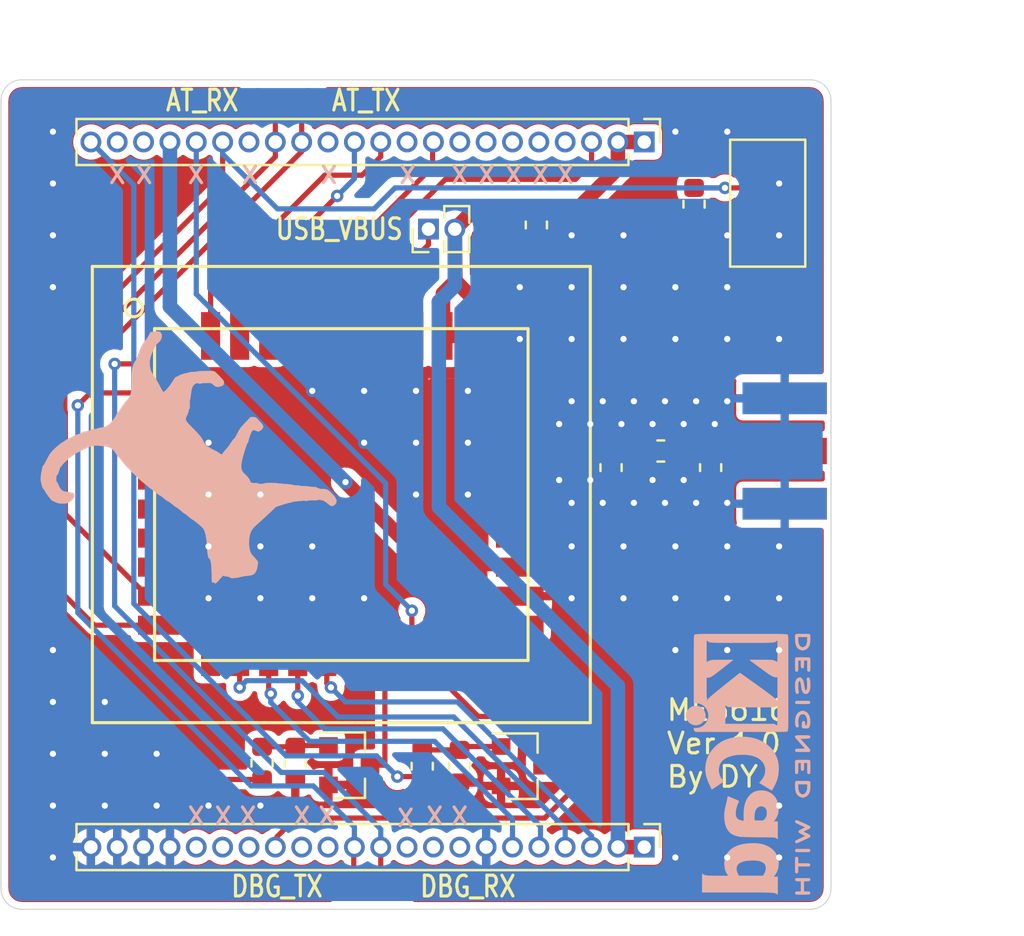
<source format=kicad_pcb>
(kicad_pcb (version 20191123) (host pcbnew "5.99.0-unknown-d20d310~86~ubuntu18.04.1")
  (layers (0 "F.Cu" signal) (31 "B.Cu" signal) (34 "B.Paste" user) (35 "F.Paste" user) (36 "B.SilkS" user) (37 "F.SilkS" user) (38 "B.Mask" user) (39 "F.Mask" user) (44 "Edge.Cuts" user))
  (net 0 "")
  (net 1 "GND")
  (net 2 "Net-(C2-Pad1)")
  (net 3 "Net-(C3-Pad1)")
  (net 4 "/M_RESET")
  (net 5 "+3V3")
  (net 6 "Net-(J2-Pad1)")
  (net 7 "/GPIO_L4")
  (net 8 "/GPIO_L3")
  (net 9 "/M_AP_READY")
  (net 10 "/M_VDD_OUT")
  (net 11 "/PSM_EINT")
  (net 12 "/M_PWRKEY")
  (net 13 "/M_MAIN_UART_RX")
  (net 14 "/M_MAIN_UART_TX")
  (net 15 "/M_ADC")
  (net 16 "/M_USB_DM")
  (net 17 "/M_USB_DP")
  (net 18 "/M_USB_VBUS")
  (net 19 "/GPIO_L2")
  (net 20 "/B_SPI_CS-I2S_CS")
  (net 21 "/B_SPI_CLK-I2S_CLK")
  (net 22 "/B_SPI_MOSI-I2S_WA")
  (net 23 "/B_SPI_MISO-I2S_RXD")
  (net 24 "/PSM_IND")
  (net 25 "/GPIO_L1")
  (net 26 "/GPIO_R3")
  (net 27 "/GPIO_R2")
  (net 28 "/M_RI")
  (net 29 "/M_NET_LED")
  (net 30 "/M_AUX_UART_RX")
  (net 31 "/M_AUX_UART_TX")
  (net 32 "/M_DBG_UART_RX")
  (net 33 "/M_DBG_UART_TX")
  (net 34 "/M_SCL")
  (net 35 "/M_SDA")
  (net 36 "/GPIO_R1")
  (net 37 "/SIM_CLK")
  (net 38 "/SIM_IO")
  (net 39 "/SIM_RST")
  (net 40 "/V_SIM")
  (net 41 "/ME3616_RESET")
  (net 42 "Net-(Q1-Pad1)")
  (net 43 "/ME3616_POWER_ON")
  (net 44 "Net-(Q2-Pad1)")
  (net 45 "Net-(U1-Pad38)")
  (net 46 "Net-(U1-Pad37)")
  (net 47 "Net-(U1-Pad36)")
  (net 48 "Net-(U1-Pad24)")
  (net 49 "Net-(U1-Pad16)")
  (net 50 "Net-(U1-Pad11)")
  (net 51 "Net-(U1-Pad8)")
  (net 52 "Net-(U1-Pad7)")
  (net 53 "Net-(U1-Pad6)")
  (net 54 "Net-(U1-Pad5)")
  (net 55 "Net-(U1-Pad4)")
  (net 56 "Net-(U1-Pad3)")
  (module "Symbol:KiCad-Logo2_5mm_SilkScreen" (layer "B.Cu") (at 156 113 -90)
    (fp_text reference "REF**" hide)
    (fp_text value "KiCad-Logo2_5mm_SilkScreen" hide)
  )
  (module "LTD_Customized:Cat-Logo" (layer "B.Cu") (at 128.6 99.4 -45)
    (fp_text reference "G***" hide)
    (fp_text value "LOGO" hide)
  )
  (module "Capacitor_SMD:C_0603_1608Metric" (layer "F.Cu") (at 145.8 87 -90)
    (fp_text reference "C1" hide)
    (fp_text value "100nF")
    (pad "2" smd roundrect (at 0.7875 0 270) (size 0.875 0.95) (layers "F.Cu" "F.Paste" "F.Mask") (net 1 "GND"))
    (pad "1" smd roundrect (at -0.7875 0 270) (size 0.875 0.95) (layers "F.Cu" "F.Paste" "F.Mask") (net 5 "+3V3"))
  )
  (module "LTD_Customized:SMD_Switch" (layer "F.Cu") (at 157 86 90)
    (fp_text reference "SW2" hide)
    (fp_text value "SW_Push" hide)
    (pad "2" smd rect (at 4.14 -0.05 90) (size 1.2 1) (layers "F.Cu" "F.Paste" "F.Mask") (net 4 "/M_RESET"))
    (pad "1" smd rect (at -4.04 -0.05 90) (size 1.2 1) (layers "F.Cu" "F.Paste" "F.Mask") (net 1 "GND"))
  )
  (module "LTD_Customized:ZTE_ME3616" (layer "F.Cu") (at 127.4 92)
    (fp_text reference "U1" hide)
    (fp_text value "ME3616")
    (pad "40" smd rect (at 2.7 0.35 90) (size 2.3 0.92) (layers "F.Cu" "F.Paste" "F.Mask") (net 17 "/M_USB_DP"))
    (pad "39" smd rect (at 4.1 0.35 90) (size 2.3 0.92) (layers "F.Cu" "F.Paste" "F.Mask") (net 16 "/M_USB_DM"))
    (pad "38" smd rect (at 5.5 0.35 90) (size 2.3 0.92) (layers "F.Cu" "F.Paste" "F.Mask") (net 45 "Net-(U1-Pad38)"))
    (pad "37" smd rect (at 6.9 0.35 90) (size 2.3 0.92) (layers "F.Cu" "F.Paste" "F.Mask") (net 46 "Net-(U1-Pad37)"))
    (pad "36" smd rect (at 8.3 0.35 90) (size 2.3 0.92) (layers "F.Cu" "F.Paste" "F.Mask") (net 47 "Net-(U1-Pad36)"))
    (pad "35" smd rect (at 9.7 0.35 90) (size 2.3 0.92) (layers "F.Cu" "F.Paste" "F.Mask") (net 19 "/GPIO_L2"))
    (pad "34" smd rect (at 11.1 0.35 90) (size 2.3 0.92) (layers "F.Cu" "F.Paste" "F.Mask") (net 25 "/GPIO_L1"))
    (pad "33" smd rect (at 12.5 0.35 90) (size 2.3 0.92) (layers "F.Cu" "F.Paste" "F.Mask") (net 6 "Net-(J2-Pad1)"))
    (pad "32" smd rect (at 13.9 0.35 90) (size 2.3 0.92) (layers "F.Cu" "F.Paste" "F.Mask") (net 5 "+3V3"))
    (pad "30" smd rect (at 17.6 1.7) (size 2.3 0.92) (layers "F.Cu" "F.Paste" "F.Mask") (net 1 "GND"))
    (pad "29" smd rect (at 17.6 3.1) (size 2.3 0.92) (layers "F.Cu" "F.Paste" "F.Mask") (net 1 "GND"))
    (pad "28" smd rect (at 17.6 4.5) (size 2.3 0.92) (layers "F.Cu" "F.Paste" "F.Mask") (net 1 "GND"))
    (pad "27" smd rect (at 17.6 5.9) (size 2.3 0.92) (layers "F.Cu" "F.Paste" "F.Mask") (net 2 "Net-(C2-Pad1)"))
    (pad "26" smd rect (at 17.6 7.3) (size 2.3 0.92) (layers "F.Cu" "F.Paste" "F.Mask") (net 1 "GND"))
    (pad "25" smd rect (at 17.6 8.7) (size 2.3 0.92) (layers "F.Cu" "F.Paste" "F.Mask") (net 1 "GND"))
    (pad "24" smd rect (at 17.6 10.1) (size 2.3 0.92) (layers "F.Cu" "F.Paste" "F.Mask") (net 48 "Net-(U1-Pad24)"))
    (pad "23" smd rect (at 17.6 11.5) (size 2.3 0.92) (layers "F.Cu" "F.Paste" "F.Mask") (net 1 "GND"))
    (pad "22" smd rect (at 17.6 12.9) (size 2.3 0.92) (layers "F.Cu" "F.Paste" "F.Mask") (net 1 "GND"))
    (pad "20" smd rect (at 15.3 15.6 90) (size 2.3 0.92) (layers "F.Cu" "F.Paste" "F.Mask") (net 10 "/M_VDD_OUT"))
    (pad "19" smd rect (at 13.9 15.6 90) (size 2.3 0.92) (layers "F.Cu" "F.Paste" "F.Mask") (net 43 "/ME3616_POWER_ON"))
    (pad "18" smd rect (at 12.5 15.6 90) (size 2.3 0.92) (layers "F.Cu" "F.Paste" "F.Mask") (net 11 "/PSM_EINT"))
    (pad "17" smd rect (at 11.1 15.6 90) (size 2.3 0.92) (layers "F.Cu" "F.Paste" "F.Mask") (net 41 "/ME3616_RESET"))
    (pad "16" smd rect (at 9.7 15.6 90) (size 2.3 0.92) (layers "F.Cu" "F.Paste" "F.Mask") (net 49 "Net-(U1-Pad16)"))
    (pad "15" smd rect (at 8.3 15.6 90) (size 2.3 0.92) (layers "F.Cu" "F.Paste" "F.Mask") (net 40 "/V_SIM"))
    (pad "14" smd rect (at 6.9 15.6 90) (size 2.3 0.92) (layers "F.Cu" "F.Paste" "F.Mask") (net 38 "/SIM_IO"))
    (pad "13" smd rect (at 5.5 15.6 90) (size 2.3 0.92) (layers "F.Cu" "F.Paste" "F.Mask") (net 37 "/SIM_CLK"))
    (pad "12" smd rect (at 4.1 15.6 90) (size 2.3 0.92) (layers "F.Cu" "F.Paste" "F.Mask") (net 39 "/SIM_RST"))
    (pad "31" smd rect (at 15.3 0.35 90) (size 2.3 0.92) (layers "F.Cu" "F.Paste" "F.Mask") (net 5 "+3V3"))
    (pad "11" smd rect (at 2.7 15.6 90) (size 2.3 0.92) (layers "F.Cu" "F.Paste" "F.Mask") (net 50 "Net-(U1-Pad11)"))
    (pad "21" smd rect (at 17.6 14.3) (size 2.3 0.92) (layers "F.Cu" "F.Paste" "F.Mask") (net 29 "/M_NET_LED"))
    (pad "10" smd rect (at 0.35 14.3) (size 2.3 0.92) (layers "F.Cu" "F.Paste" "F.Mask") (net 13 "/M_MAIN_UART_RX"))
    (pad "9" smd rect (at 0.35 12.9) (size 2.3 0.92) (layers "F.Cu" "F.Paste" "F.Mask") (net 14 "/M_MAIN_UART_TX"))
    (pad "8" smd rect (at 0.35 11.5) (size 2.3 0.92) (layers "F.Cu" "F.Paste" "F.Mask") (net 51 "Net-(U1-Pad8)"))
    (pad "7" smd rect (at 0.35 10.1) (size 2.3 0.92) (layers "F.Cu" "F.Paste" "F.Mask") (net 52 "Net-(U1-Pad7)"))
    (pad "6" smd rect (at 0.35 8.7) (size 2.3 0.92) (layers "F.Cu" "F.Paste" "F.Mask") (net 53 "Net-(U1-Pad6)"))
    (pad "5" smd rect (at 0.35 7.3) (size 2.3 0.92) (layers "F.Cu" "F.Paste" "F.Mask") (net 54 "Net-(U1-Pad5)"))
    (pad "4" smd rect (at 0.35 5.9) (size 2.3 0.92) (layers "F.Cu" "F.Paste" "F.Mask") (net 55 "Net-(U1-Pad4)"))
    (pad "3" smd rect (at 0.35 4.5) (size 2.3 0.92) (layers "F.Cu" "F.Paste" "F.Mask") (net 56 "Net-(U1-Pad3)"))
    (pad "2" smd rect (at 0.35 3.1) (size 2.3 0.92) (layers "F.Cu" "F.Paste" "F.Mask") (net 32 "/M_DBG_UART_RX"))
    (pad "1" smd rect (at 0.35 1.7) (size 2.3 0.92) (layers "F.Cu" "F.Paste" "F.Mask") (net 33 "/M_DBG_UART_TX"))
  )
  (module "LTD_Customized:test_pad" (layer "F.Cu") (at 139 119)
    (fp_text reference "T5" hide)
    (fp_text value "ME3616_DBG_TXD")
    (pad "1" smd circle (at 0 0) (size 1.2 1.2) (layers "F.Cu" "F.Paste" "F.Mask") (net 33 "/M_DBG_UART_TX"))
  )
  (module "LTD_Customized:test_pad" (layer "F.Cu") (at 134.8 81)
    (fp_text reference "T4" hide)
    (fp_text value "ME3616_MAIN_TXD")
    (pad "1" smd circle (at 0 0) (size 1.2 1.2) (layers "F.Cu" "F.Paste" "F.Mask") (net 14 "/M_MAIN_UART_TX"))
  )
  (module "LTD_Customized:test_pad" (layer "F.Cu") (at 136.8 119)
    (fp_text reference "T3" hide)
    (fp_text value "ME3616_DBG_RXD")
    (pad "1" smd circle (at 0 0) (size 1.2 1.2) (layers "F.Cu" "F.Paste" "F.Mask") (net 32 "/M_DBG_UART_RX"))
  )
  (module "LTD_Customized:test_pad" (layer "F.Cu") (at 132.4 81)
    (fp_text reference "T2" hide)
    (fp_text value "ME3616_MAIN_RXD")
    (pad "1" smd circle (at 0 0) (size 1.2 1.2) (layers "F.Cu" "F.Paste" "F.Mask") (net 13 "/M_MAIN_UART_RX"))
  )
  (module "Resistor_SMD:R_0603_1608Metric" (layer "F.Cu") (at 134.18125 112.95 90)
    (fp_text reference "R5" hide)
    (fp_text value "47k")
    (pad "2" smd roundrect (at 0.7875 0 90) (size 0.875 0.95) (layers "F.Cu" "F.Paste" "F.Mask") (net 42 "Net-(Q1-Pad1)"))
    (pad "1" smd roundrect (at -0.7875 0 90) (size 0.875 0.95) (layers "F.Cu" "F.Paste" "F.Mask") (net 1 "GND"))
  )
  (module "Resistor_SMD:R_0603_1608Metric" (layer "F.Cu") (at 132.58125 112.95 -90)
    (fp_text reference "R4" hide)
    (fp_text value "4.7k")
    (pad "2" smd roundrect (at 0.7875 0 270) (size 0.875 0.95) (layers "F.Cu" "F.Paste" "F.Mask") (net 4 "/M_RESET"))
    (pad "1" smd roundrect (at -0.7875 0 270) (size 0.875 0.95) (layers "F.Cu" "F.Paste" "F.Mask") (net 42 "Net-(Q1-Pad1)"))
  )
  (module "Resistor_SMD:R_0603_1608Metric" (layer "F.Cu") (at 142.1 113.1 90)
    (fp_text reference "R3" hide)
    (fp_text value "47k")
    (pad "2" smd roundrect (at 0.7875 0 90) (size 0.875 0.95) (layers "F.Cu" "F.Paste" "F.Mask") (net 44 "Net-(Q2-Pad1)"))
    (pad "1" smd roundrect (at -0.7875 0 90) (size 0.875 0.95) (layers "F.Cu" "F.Paste" "F.Mask") (net 1 "GND"))
  )
  (module "Resistor_SMD:R_0603_1608Metric" (layer "F.Cu") (at 140.3 113.1 -90)
    (fp_text reference "R2" hide)
    (fp_text value "4.7k")
    (pad "2" smd roundrect (at 0.7875 0 270) (size 0.875 0.95) (layers "F.Cu" "F.Paste" "F.Mask") (net 7 "/GPIO_L4"))
    (pad "1" smd roundrect (at -0.7875 0 270) (size 0.875 0.95) (layers "F.Cu" "F.Paste" "F.Mask") (net 44 "Net-(Q2-Pad1)"))
  )
  (module "Resistor_SMD:R_0603_1608Metric" (layer "F.Cu") (at 151.8 97.9 180)
    (fp_text reference "R1" hide)
    (fp_text value "0")
    (pad "2" smd roundrect (at 0.7875 0 180) (size 0.875 0.95) (layers "F.Cu" "F.Paste" "F.Mask") (net 2 "Net-(C2-Pad1)"))
    (pad "1" smd roundrect (at -0.7875 0 180) (size 0.875 0.95) (layers "F.Cu" "F.Paste" "F.Mask") (net 3 "Net-(C3-Pad1)"))
  )
  (module "Package_TO_SOT_SMD:SOT-23" (layer "F.Cu") (at 145.1 113.1)
    (fp_text reference "Q2" hide)
    (fp_text value "MMBT3904")
    (pad "3" smd rect (at 1 0) (size 0.9 0.8) (layers "F.Cu" "F.Paste" "F.Mask") (net 43 "/ME3616_POWER_ON"))
    (pad "2" smd rect (at -1 0.95) (size 0.9 0.8) (layers "F.Cu" "F.Paste" "F.Mask") (net 1 "GND"))
    (pad "1" smd rect (at -1 -0.95) (size 0.9 0.8) (layers "F.Cu" "F.Paste" "F.Mask") (net 44 "Net-(Q2-Pad1)"))
  )
  (module "Package_TO_SOT_SMD:SOT-23" (layer "F.Cu") (at 136.78125 113.05)
    (fp_text reference "Q1" hide)
    (fp_text value "MMBT3904")
    (pad "3" smd rect (at 1 0) (size 0.9 0.8) (layers "F.Cu" "F.Paste" "F.Mask") (net 41 "/ME3616_RESET"))
    (pad "2" smd rect (at -1 0.95) (size 0.9 0.8) (layers "F.Cu" "F.Paste" "F.Mask") (net 1 "GND"))
    (pad "1" smd rect (at -1 -0.95) (size 0.9 0.8) (layers "F.Cu" "F.Paste" "F.Mask") (net 42 "Net-(Q1-Pad1)"))
  )
  (module "Connector_PinHeader_1.27mm:PinHeader_1x22_P1.27mm_Vertical" (layer "F.Cu") (at 151 117 -90)
    (fp_text reference "J13" hide)
    (fp_text value "Right_Conn")
    (pad "22" thru_hole oval (at 0 26.67 270) (size 1 1) (drill 0.65) (layers *.Cu *.Mask) (net 1 "GND"))
    (pad "21" thru_hole oval (at 0 25.4 270) (size 1 1) (drill 0.65) (layers *.Cu *.Mask) (net 1 "GND"))
    (pad "20" thru_hole oval (at 0 24.13 270) (size 1 1) (drill 0.65) (layers *.Cu *.Mask) (net 1 "GND"))
    (pad "19" thru_hole oval (at 0 22.86 270) (size 1 1) (drill 0.65) (layers *.Cu *.Mask) (net 1 "GND"))
    (pad "18" thru_hole oval (at 0 21.59 270) (size 1 1) (drill 0.65) (layers *.Cu *.Mask) (net 26 "/GPIO_R3"))
    (pad "17" thru_hole oval (at 0 20.32 270) (size 1 1) (drill 0.65) (layers *.Cu *.Mask) (net 27 "/GPIO_R2"))
    (pad "16" thru_hole oval (at 0 19.05 270) (size 1 1) (drill 0.65) (layers *.Cu *.Mask) (net 28 "/M_RI"))
    (pad "15" thru_hole oval (at 0 17.78 270) (size 1 1) (drill 0.65) (layers *.Cu *.Mask) (net 29 "/M_NET_LED"))
    (pad "14" thru_hole oval (at 0 16.51 270) (size 1 1) (drill 0.65) (layers *.Cu *.Mask) (net 30 "/M_AUX_UART_RX"))
    (pad "13" thru_hole oval (at 0 15.24 270) (size 1 1) (drill 0.65) (layers *.Cu *.Mask) (net 31 "/M_AUX_UART_TX"))
    (pad "12" thru_hole oval (at 0 13.97 270) (size 1 1) (drill 0.65) (layers *.Cu *.Mask) (net 32 "/M_DBG_UART_RX"))
    (pad "11" thru_hole oval (at 0 12.7 270) (size 1 1) (drill 0.65) (layers *.Cu *.Mask) (net 33 "/M_DBG_UART_TX"))
    (pad "10" thru_hole oval (at 0 11.43 270) (size 1 1) (drill 0.65) (layers *.Cu *.Mask) (net 34 "/M_SCL"))
    (pad "9" thru_hole oval (at 0 10.16 270) (size 1 1) (drill 0.65) (layers *.Cu *.Mask) (net 35 "/M_SDA"))
    (pad "8" thru_hole oval (at 0 8.89 270) (size 1 1) (drill 0.65) (layers *.Cu *.Mask) (net 36 "/GPIO_R1"))
    (pad "7" thru_hole oval (at 0 7.62 270) (size 1 1) (drill 0.65) (layers *.Cu *.Mask) (net 1 "GND"))
    (pad "6" thru_hole oval (at 0 6.35 270) (size 1 1) (drill 0.65) (layers *.Cu *.Mask) (net 37 "/SIM_CLK"))
    (pad "5" thru_hole oval (at 0 5.08 270) (size 1 1) (drill 0.65) (layers *.Cu *.Mask) (net 38 "/SIM_IO"))
    (pad "4" thru_hole oval (at 0 3.81 270) (size 1 1) (drill 0.65) (layers *.Cu *.Mask) (net 39 "/SIM_RST"))
    (pad "3" thru_hole oval (at 0 2.54 270) (size 1 1) (drill 0.65) (layers *.Cu *.Mask) (net 40 "/V_SIM"))
    (pad "2" thru_hole oval (at 0 1.27 270) (size 1 1) (drill 0.65) (layers *.Cu *.Mask) (net 5 "+3V3"))
    (pad "1" thru_hole rect (at 0 0 270) (size 1 1) (drill 0.65) (layers *.Cu *.Mask) (net 5 "+3V3"))
  )
  (module "Connector_PinHeader_1.27mm:PinHeader_1x22_P1.27mm_Vertical" (layer "F.Cu") (at 151 83 -90)
    (fp_text reference "J12" hide)
    (fp_text value "Left_Conn")
    (pad "22" thru_hole oval (at 0 26.67 270) (size 1 1) (drill 0.65) (layers *.Cu *.Mask) (net 7 "/GPIO_L4"))
    (pad "21" thru_hole oval (at 0 25.4 270) (size 1 1) (drill 0.65) (layers *.Cu *.Mask) (net 8 "/GPIO_L3"))
    (pad "20" thru_hole oval (at 0 24.13 270) (size 1 1) (drill 0.65) (layers *.Cu *.Mask) (net 9 "/M_AP_READY"))
    (pad "19" thru_hole oval (at 0 22.86 270) (size 1 1) (drill 0.65) (layers *.Cu *.Mask) (net 10 "/M_VDD_OUT"))
    (pad "18" thru_hole oval (at 0 21.59 270) (size 1 1) (drill 0.65) (layers *.Cu *.Mask) (net 11 "/PSM_EINT"))
    (pad "17" thru_hole oval (at 0 20.32 270) (size 1 1) (drill 0.65) (layers *.Cu *.Mask) (net 4 "/M_RESET"))
    (pad "16" thru_hole oval (at 0 19.05 270) (size 1 1) (drill 0.65) (layers *.Cu *.Mask) (net 12 "/M_PWRKEY"))
    (pad "15" thru_hole oval (at 0 17.78 270) (size 1 1) (drill 0.65) (layers *.Cu *.Mask) (net 13 "/M_MAIN_UART_RX"))
    (pad "14" thru_hole oval (at 0 16.51 270) (size 1 1) (drill 0.65) (layers *.Cu *.Mask) (net 14 "/M_MAIN_UART_TX"))
    (pad "13" thru_hole oval (at 0 15.24 270) (size 1 1) (drill 0.65) (layers *.Cu *.Mask) (net 15 "/M_ADC"))
    (pad "12" thru_hole oval (at 0 13.97 270) (size 1 1) (drill 0.65) (layers *.Cu *.Mask) (net 16 "/M_USB_DM"))
    (pad "11" thru_hole oval (at 0 12.7 270) (size 1 1) (drill 0.65) (layers *.Cu *.Mask) (net 17 "/M_USB_DP"))
    (pad "10" thru_hole oval (at 0 11.43 270) (size 1 1) (drill 0.65) (layers *.Cu *.Mask) (net 18 "/M_USB_VBUS"))
    (pad "9" thru_hole oval (at 0 10.16 270) (size 1 1) (drill 0.65) (layers *.Cu *.Mask) (net 19 "/GPIO_L2"))
    (pad "8" thru_hole oval (at 0 8.89 270) (size 1 1) (drill 0.65) (layers *.Cu *.Mask) (net 20 "/B_SPI_CS-I2S_CS"))
    (pad "7" thru_hole oval (at 0 7.62 270) (size 1 1) (drill 0.65) (layers *.Cu *.Mask) (net 21 "/B_SPI_CLK-I2S_CLK"))
    (pad "6" thru_hole oval (at 0 6.35 270) (size 1 1) (drill 0.65) (layers *.Cu *.Mask) (net 22 "/B_SPI_MOSI-I2S_WA"))
    (pad "5" thru_hole oval (at 0 5.08 270) (size 1 1) (drill 0.65) (layers *.Cu *.Mask) (net 23 "/B_SPI_MISO-I2S_RXD"))
    (pad "4" thru_hole oval (at 0 3.81 270) (size 1 1) (drill 0.65) (layers *.Cu *.Mask) (net 24 "/PSM_IND"))
    (pad "3" thru_hole oval (at 0 2.54 270) (size 1 1) (drill 0.65) (layers *.Cu *.Mask) (net 25 "/GPIO_L1"))
    (pad "2" thru_hole oval (at 0 1.27 270) (size 1 1) (drill 0.65) (layers *.Cu *.Mask) (net 5 "+3V3"))
    (pad "1" thru_hole rect (at 0 0 270) (size 1 1) (drill 0.65) (layers *.Cu *.Mask) (net 5 "+3V3"))
  )
  (module "Connector_PinHeader_1.27mm:PinHeader_1x02_P1.27mm_Vertical" (layer "F.Cu") (at 140.6 87.2 90)
    (fp_text reference "J2" hide)
    (fp_text value "USB_V_BUS_EN")
    (pad "2" thru_hole oval (at 0 1.27 90) (size 1 1) (drill 0.65) (layers *.Cu *.Mask) (net 5 "+3V3"))
    (pad "1" thru_hole rect (at 0 0 90) (size 1 1) (drill 0.65) (layers *.Cu *.Mask) (net 6 "Net-(J2-Pad1)"))
  )
  (module "LTD_Customized:SMA_Antenna" (layer "F.Cu") (at 159.8 97.9 180)
    (fp_text reference "J1" hide)
    (fp_text value "1865" hide)
    (pad "GND1" smd rect (at 2.032 -2.54 270) (size 1.524 4.064) (layers "F.Cu" "F.Paste" "F.Mask") (net 1 "GND"))
    (pad "GND4" smd rect (at 2.032 2.54 270) (size 1.524 4.064) (layers "F.Cu" "F.Paste" "F.Mask") (net 1 "GND"))
    (pad "P" smd rect (at 2.032 0 270) (size 1.27 4.064) (layers "F.Cu" "F.Paste" "F.Mask") (net 3 "Net-(C3-Pad1)"))
    (pad "GND2" smd rect (at 2.032 -2.54 270) (size 1.524 4.064) (layers "B.Cu" "B.Paste" "B.Mask") (net 1 "GND"))
    (pad "GND3" smd rect (at 2.032 2.54 270) (size 1.524 4.064) (layers "B.Cu" "B.Paste" "B.Mask") (net 1 "GND"))
  )
  (module "Capacitor_SMD:C_0603_1608Metric" (layer "F.Cu") (at 153.4 86 -90)
    (fp_text reference "C7" hide)
    (fp_text value "100nF")
    (pad "2" smd roundrect (at 0.7875 0 270) (size 0.875 0.95) (layers "F.Cu" "F.Paste" "F.Mask") (net 1 "GND"))
    (pad "1" smd roundrect (at -0.7875 0 270) (size 0.875 0.95) (layers "F.Cu" "F.Paste" "F.Mask") (net 4 "/M_RESET"))
  )
  (module "Capacitor_SMD:C_0603_1608Metric" (layer "F.Cu") (at 154.2 98.7 -90)
    (fp_text reference "C3" hide)
    (fp_text value "100nF")
    (pad "2" smd roundrect (at 0.7875 0 270) (size 0.875 0.95) (layers "F.Cu" "F.Paste" "F.Mask") (net 1 "GND"))
    (pad "1" smd roundrect (at -0.7875 0 270) (size 0.875 0.95) (layers "F.Cu" "F.Paste" "F.Mask") (net 3 "Net-(C3-Pad1)"))
  )
  (module "Capacitor_SMD:C_0603_1608Metric" (layer "F.Cu") (at 149.4 98.7 -90)
    (fp_text reference "C2" hide)
    (fp_text value "100nF")
    (pad "2" smd roundrect (at 0.7875 0 270) (size 0.875 0.95) (layers "F.Cu" "F.Paste" "F.Mask") (net 1 "GND"))
    (pad "1" smd roundrect (at -0.7875 0 270) (size 0.875 0.95) (layers "F.Cu" "F.Paste" "F.Mask") (net 2 "Net-(C2-Pad1)"))
  )
  (gr_text "X" (at 129.4 115.5) (layer "B.SilkS") (effects (font (size 0.8 0.8)) (justify mirror)))
  (gr_text "X" (at 130.7 115.5) (layer "B.SilkS") (effects (font (size 0.8 0.8)) (justify mirror)))
  (gr_text "X" (at 131.9 115.5) (layer "B.SilkS") (effects (font (size 0.8 0.8)) (justify mirror)))
  (gr_text "X" (at 134.5 115.5) (layer "B.SilkS") (effects (font (size 0.8 0.8)) (justify mirror)))
  (gr_text "X" (at 135.7 115.5) (layer "B.SilkS") (effects (font (size 0.8 0.8)) (justify mirror)))
  (gr_text "X" (at 139.5 115.6) (layer "B.SilkS") (effects (font (size 0.8 0.8)) (justify mirror)))
  (gr_text "X" (at 140.9 115.5) (layer "B.SilkS") (effects (font (size 0.8 0.8)) (justify mirror)))
  (gr_text "X" (at 142.1 115.5) (layer "B.SilkS") (effects (font (size 0.8 0.8)) (justify mirror)))
  (gr_text "X" (at 125.6 84.6) (layer "B.SilkS") (effects (font (size 0.8 0.8)) (justify mirror)))
  (gr_text "X" (at 126.9 84.6) (layer "B.SilkS") (effects (font (size 0.8 0.8)) (justify mirror)))
  (gr_text "X" (at 129.4 84.6) (layer "B.SilkS") (effects (font (size 0.8 0.8)) (justify mirror)))
  (gr_text "X" (at 132 84.6) (layer "B.SilkS") (effects (font (size 0.8 0.8)) (justify mirror)))
  (gr_text "X" (at 135.8 84.6) (layer "B.SilkS") (effects (font (size 0.8 0.8)) (justify mirror)))
  (gr_text "X" (at 139.6 84.6) (layer "B.SilkS") (effects (font (size 0.8 0.8)) (justify mirror)))
  (gr_text "X" (at 142.1 84.6) (layer "B.SilkS") (effects (font (size 0.8 0.8)) (justify mirror)))
  (gr_text "X" (at 143.4 84.6) (layer "B.SilkS") (effects (font (size 0.8 0.8)) (justify mirror)))
  (gr_text "X" (at 144.7 84.6) (layer "B.SilkS") (effects (font (size 0.8 0.8)) (justify mirror)))
  (gr_text "X" (at 146 84.6) (layer "B.SilkS") (effects (font (size 0.8 0.8)) (justify mirror)))
  (gr_text "X" (at 147.2 84.6) (layer "B.SilkS") (effects (font (size 0.8 0.8)) (justify mirror)))
  (gr_text "USB_VBUS" (at 136.3 87.2) (layer "F.SilkS") (effects (font (size 1 0.8))))
  (gr_text "ME3616\nVer 1.0\nBy DY" (at 152 112) (layer "F.SilkS") (effects (font (size 1 1)) (justify left)))
  (gr_text "DBG_TX" (at 133.3 118.9) (layer "F.SilkS") (effects (font (size 1 0.8))))
  (gr_text "DBG_RX" (at 142.5 118.9) (layer "F.SilkS") (effects (font (size 1 0.8))))
  (gr_text "AT_RX" (at 129.7 81) (layer "F.SilkS") (effects (font (size 1 0.8))))
  (gr_text "AT_TX" (at 137.6 81) (layer "F.SilkS") (effects (font (size 1 0.8))))
  (gr_line (start 160 119) (end 160 81) (layer "Edge.Cuts") (width 0.05))
  (gr_line (start 121 120) (end 159 120) (layer "Edge.Cuts") (width 0.05))
  (gr_line (start 120 81) (end 120 119) (layer "Edge.Cuts") (width 0.05))
  (gr_line (start 159 80) (end 121 80) (layer "Edge.Cuts") (width 0.05))
  (gr_arc (start 159 81) (end 160 81) (angle -90) (layer "Edge.Cuts") (width 0.05))
  (gr_arc (start 159 119) (end 159 120) (angle -90) (layer "Edge.Cuts") (width 0.05))
  (gr_arc (start 121 119) (end 120 119) (angle -90) (layer "Edge.Cuts") (width 0.05))
  (gr_arc (start 121 81) (end 121 80) (angle -90) (layer "Edge.Cuts") (width 0.05))
  (segment (start 133.737499 112.6) (end 138.1 112.6) (width 0.25) (layer "B.Cu") (net 7))
  (segment (start 138.1 112.6) (end 138.800001 113.300001) (width 0.25) (layer "B.Cu") (net 7))
  (segment (start 138.800001 113.300001) (end 139.1 113.6) (width 0.25) (layer "B.Cu") (net 7))
  (segment (start 140.344048 113.7875) (end 140.156548 113.6) (width 0.25) (layer "F.Cu") (net 7))
  (segment (start 139.524264 113.6) (end 139.1 113.6) (width 0.25) (layer "F.Cu") (net 7))
  (segment (start 140.156548 113.6) (end 139.524264 113.6) (width 0.25) (layer "F.Cu") (net 7))
  (segment (start 126.4 105.262501) (end 133.737499 112.6) (width 0.25) (layer "B.Cu") (net 7))
  (segment (start 124.33 83) (end 126.4 85.07) (width 0.25) (layer "B.Cu") (net 7))
  (via (at 139.1 113.6) (size 0.6) (drill 0.3) (layers "F.Cu" "B.Cu") (net 7))
  (segment (start 126.4 85.07) (end 126.4 105.262501) (width 0.25) (layer "B.Cu") (net 7))
  (segment (start 138.3 116.133707) (end 135.566293 113.4) (width 0.25) (layer "B.Cu") (net 33))
  (segment (start 138.3 117) (end 138.3 116.133707) (width 0.25) (layer "B.Cu") (net 33))
  (segment (start 125.47499 94.124264) (end 125.47499 93.7) (width 0.25) (layer "B.Cu") (net 33))
  (segment (start 135.566293 113.4) (end 133.5 113.4) (width 0.25) (layer "B.Cu") (net 33))
  (segment (start 133.5 113.4) (end 125.47499 105.37499) (width 0.25) (layer "B.Cu") (net 33))
  (segment (start 125.47499 105.37499) (end 125.47499 94.124264) (width 0.25) (layer "B.Cu") (net 33))
  (segment (start 139.8 105.6) (end 139.8 107.5) (width 0.25) (layer "F.Cu") (net 11))
  (segment (start 139.8 107.5) (end 139.9 107.6) (width 0.25) (layer "F.Cu") (net 11))
  (segment (start 129.41 90.335002) (end 138.537499 99.462501) (width 0.25) (layer "B.Cu") (net 11))
  (segment (start 138.537499 99.462501) (end 138.537499 104.337499) (width 0.25) (layer "B.Cu") (net 11))
  (via (at 139.8 105.6) (size 0.6) (drill 0.3) (layers "F.Cu" "B.Cu") (net 11))
  (segment (start 138.537499 104.337499) (end 139.8 105.6) (width 0.25) (layer "B.Cu") (net 11))
  (segment (start 136.300001 99.100001) (end 136.6 99.4) (width 0.7) (layer "B.Cu") (net 10))
  (segment (start 128.14 90.94) (end 136.300001 99.100001) (width 0.7) (layer "B.Cu") (net 10))
  (segment (start 128.14 83) (end 128.14 90.94) (width 0.7) (layer "B.Cu") (net 10))
  (segment (start 142.7 107.6) (end 142.7 105.5) (width 0.7) (layer "F.Cu") (net 10))
  (via (at 136.6 99.4) (size 0.6) (drill 0.3) (layers "F.Cu" "B.Cu") (net 10))
  (segment (start 142.7 105.5) (end 136.6 99.4) (width 0.7) (layer "F.Cu") (net 10))
  (segment (start 129.41 83) (end 129.41 90.335002) (width 0.25) (layer "B.Cu") (net 11))
  (via (at 127.5 112.5) (size 0.6) (drill 0.3) (layers "F.Cu" "B.Cu") (net 1))
  (via (at 125 112.5) (size 0.6) (drill 0.3) (layers "F.Cu" "B.Cu") (net 1))
  (via (at 122.5 110) (size 0.6) (drill 0.3) (layers "F.Cu" "B.Cu") (net 1))
  (segment (start 121.5 105.4) (end 121.5 94.3) (width 0.25) (layer "F.Cu") (net 4))
  (segment (start 129.8375 113.7375) (end 121.5 105.4) (width 0.25) (layer "F.Cu") (net 4))
  (segment (start 132.58125 113.7375) (end 129.8375 113.7375) (width 0.25) (layer "F.Cu") (net 4))
  (segment (start 130.68 85.12) (end 130.68 83) (width 0.25) (layer "F.Cu") (net 4))
  (segment (start 121.5 94.3) (end 130.68 85.12) (width 0.25) (layer "F.Cu") (net 4))
  (segment (start 147.6 114.2) (end 146.2 115.6) (width 0.25) (layer "F.Cu") (net 29))
  (segment (start 134.2 115.6) (end 133.3 116.5) (width 0.25) (layer "F.Cu") (net 29))
  (segment (start 147.6 111.4) (end 147.6 114.2) (width 0.25) (layer "F.Cu") (net 29))
  (segment (start 146.2 115.6) (end 134.2 115.6) (width 0.25) (layer "F.Cu") (net 29))
  (segment (start 145 106.3) (end 145 108.8) (width 0.25) (layer "F.Cu") (net 29))
  (segment (start 145 108.8) (end 147.6 111.4) (width 0.25) (layer "F.Cu") (net 29))
  (segment (start 133.3 116.5) (end 133.3 116.92) (width 0.25) (layer "F.Cu") (net 29))
  (segment (start 133.3 116.92) (end 133.22 117) (width 0.25) (layer "F.Cu") (net 29))
  (segment (start 146.1 112.45) (end 144.35 110.7) (width 0.25) (layer "F.Cu") (net 43))
  (segment (start 144.35 110.7) (end 143 110.7) (width 0.25) (layer "F.Cu") (net 43))
  (segment (start 146.1 113.1) (end 146.1 112.45) (width 0.25) (layer "F.Cu") (net 43))
  (segment (start 143 110.7) (end 141.3 109) (width 0.25) (layer "F.Cu") (net 43))
  (segment (start 141.3 109) (end 141.3 107.6) (width 0.25) (layer "F.Cu") (net 43))
  (segment (start 144.1 112.15) (end 142.2625 112.15) (width 0.25) (layer "F.Cu") (net 44))
  (segment (start 142.2625 112.15) (end 142.1 112.3125) (width 0.25) (layer "F.Cu") (net 44))
  (segment (start 140.3 112.3125) (end 142.1 112.3125) (width 0.25) (layer "F.Cu") (net 44))
  (segment (start 137.78125 113.05) (end 138.48125 113.05) (width 0.25) (layer "F.Cu") (net 41))
  (segment (start 138.48125 113.05) (end 138.5 113.03125) (width 0.25) (layer "F.Cu") (net 41))
  (segment (start 138.5 113.03125) (end 138.5 109) (width 0.25) (layer "F.Cu") (net 41))
  (segment (start 138.5 109) (end 138.5 107.6) (width 0.25) (layer "F.Cu") (net 41))
  (segment (start 130.68 83.58) (end 133.325001 86.225001) (width 0.25) (layer "B.Cu") (net 4))
  (segment (start 133.325001 86.225001) (end 137.974999 86.225001) (width 0.25) (layer "B.Cu") (net 4))
  (segment (start 137.974999 86.225001) (end 138.9875 85.2125) (width 0.25) (layer "B.Cu") (net 4))
  (segment (start 130.68 83) (end 130.68 83.58) (width 0.25) (layer "B.Cu") (net 4))
  (segment (start 138.9875 85.2125) (end 154.8875 85.2125) (width 0.25) (layer "B.Cu") (net 4))
  (segment (start 138.5 87.714998) (end 141.414998 84.8) (width 0.25) (layer "F.Cu") (net 25))
  (segment (start 138.5 92.35) (end 138.5 87.714998) (width 0.25) (layer "F.Cu") (net 25))
  (segment (start 141.414998 84.8) (end 147.680001 84.8) (width 0.25) (layer "F.Cu") (net 25))
  (segment (start 148.46 84.020001) (end 148.46 83) (width 0.25) (layer "F.Cu") (net 25))
  (segment (start 147.680001 84.8) (end 148.46 84.020001) (width 0.25) (layer "F.Cu") (net 25))
  (segment (start 137.03 116.03) (end 135.05001 114.05001) (width 0.25) (layer "B.Cu") (net 32))
  (segment (start 137.03 117) (end 137.03 116.03) (width 0.25) (layer "B.Cu") (net 32))
  (segment (start 135.05001 114.05001) (end 132.05001 114.05001) (width 0.25) (layer "B.Cu") (net 32))
  (segment (start 123.7 105.7) (end 123.7 96.124264) (width 0.25) (layer "B.Cu") (net 32))
  (segment (start 132.05001 114.05001) (end 123.7 105.7) (width 0.25) (layer "B.Cu") (net 32))
  (segment (start 123.7 96.124264) (end 123.7 95.7) (width 0.25) (layer "B.Cu") (net 32))
  (segment (start 146 116.92) (end 146 116) (width 0.25) (layer "B.Cu") (net 38))
  (segment (start 145.92 117) (end 146 116.92) (width 0.25) (layer "B.Cu") (net 38))
  (segment (start 146 116) (end 141.3 111.3) (width 0.25) (layer "B.Cu") (net 38))
  (segment (start 141.3 111.3) (end 135.6 111.3) (width 0.25) (layer "B.Cu") (net 38))
  (segment (start 135.6 111.3) (end 134.3 110) (width 0.25) (layer "B.Cu") (net 38))
  (segment (start 134.3 110) (end 134.3 109.7) (width 0.25) (layer "B.Cu") (net 38))
  (segment (start 148.46 116.46) (end 142 110) (width 0.25) (layer "B.Cu") (net 40))
  (segment (start 142 110) (end 136.6 110) (width 0.25) (layer "B.Cu") (net 40))
  (segment (start 148.46 117) (end 148.46 116.46) (width 0.25) (layer "B.Cu") (net 40))
  (segment (start 136.6 110) (end 135.9 109.3) (width 0.25) (layer "B.Cu") (net 40))
  (segment (start 144.65 115.65) (end 140.899976 111.899976) (width 0.25) (layer "B.Cu") (net 37))
  (segment (start 133 110.024264) (end 133 109.6) (width 0.25) (layer "B.Cu") (net 37))
  (segment (start 144.65 117) (end 144.65 115.65) (width 0.25) (layer "B.Cu") (net 37))
  (segment (start 140.899976 111.899976) (end 134.875712 111.899976) (width 0.25) (layer "B.Cu") (net 37))
  (segment (start 134.875712 111.899976) (end 133 110.024264) (width 0.25) (layer "B.Cu") (net 37))
  (segment (start 141.820001 110.725001) (end 136.250003 110.725001) (width 0.25) (layer "B.Cu") (net 39))
  (segment (start 131.825002 108.974998) (end 131.799999 109.000001) (width 0.25) (layer "B.Cu") (net 39))
  (segment (start 147.19 117) (end 147.19 116.095) (width 0.25) (layer "B.Cu") (net 39))
  (segment (start 147.19 116.095) (end 141.820001 110.725001) (width 0.25) (layer "B.Cu") (net 39))
  (segment (start 134.5 108.974998) (end 131.825002 108.974998) (width 0.25) (layer "B.Cu") (net 39))
  (segment (start 136.250003 110.725001) (end 134.5 108.974998) (width 0.25) (layer "B.Cu") (net 39))
  (segment (start 131.799999 109.000001) (end 131.5 109.3) (width 0.25) (layer "B.Cu") (net 39))
  (segment (start 123.1 96.025002) (end 123.074999 96.000001) (width 0.25) (layer "F.Cu") (net 14))
  (segment (start 123.1 100.94) (end 123.1 96.025002) (width 0.25) (layer "F.Cu") (net 14))
  (segment (start 127.75 104.9) (end 127.06 104.9) (width 0.25) (layer "F.Cu") (net 14))
  (segment (start 127.06 104.9) (end 123.1 100.94) (width 0.25) (layer "F.Cu") (net 14))
  (segment (start 123.074999 94.874987) (end 134.49 83.459986) (width 0.25) (layer "F.Cu") (net 14))
  (segment (start 123.074999 96.000001) (end 123.074999 94.874987) (width 0.25) (layer "F.Cu") (net 14))
  (segment (start 134.49 83.459986) (end 134.49 83) (width 0.25) (layer "F.Cu") (net 14))
  (segment (start 130.1 90.1) (end 135.6 84.6) (width 0.25) (layer "F.Cu") (net 17))
  (segment (start 130.1 92.35) (end 130.1 90.1) (width 0.25) (layer "F.Cu") (net 17))
  (segment (start 137.4 84.6) (end 138.3 83.7) (width 0.25) (layer "F.Cu") (net 17))
  (segment (start 135.6 84.6) (end 137.4 84.6) (width 0.25) (layer "F.Cu") (net 17))
  (segment (start 138.3 83.7) (end 138.3 83) (width 0.25) (layer "F.Cu") (net 17))
  (segment (start 149.73 84.277001) (end 147.807001 86.2) (width 0.7) (layer "F.Cu") (net 5))
  (segment (start 147.807001 86.2) (end 142.87 86.2) (width 0.7) (layer "F.Cu") (net 5))
  (segment (start 149.73 83) (end 149.73 84.277001) (width 0.7) (layer "F.Cu") (net 5))
  (segment (start 142.87 86.2) (end 141.87 87.2) (width 0.7) (layer "F.Cu") (net 5))
  (via (at 155 107.5) (size 0.6) (drill 0.3) (layers "F.Cu" "B.Cu") (net 1))
  (via (at 152.5 107.5) (size 0.6) (drill 0.3) (layers "F.Cu" "B.Cu") (net 1))
  (via (at 140 100) (size 0.6) (drill 0.3) (layers "F.Cu" "B.Cu") (net 1))
  (via (at 142.5 100) (size 0.6) (drill 0.3) (layers "F.Cu" "B.Cu") (net 1))
  (via (at 142.5 97.5) (size 0.6) (drill 0.3) (layers "F.Cu" "B.Cu") (net 1))
  (via (at 142.5 95) (size 0.6) (drill 0.3) (layers "F.Cu" "B.Cu") (net 1))
  (via (at 140 95) (size 0.6) (drill 0.3) (layers "F.Cu" "B.Cu") (net 1))
  (via (at 140 97.5) (size 0.6) (drill 0.3) (layers "F.Cu" "B.Cu") (net 1))
  (via (at 137.5 97.5) (size 0.6) (drill 0.3) (layers "F.Cu" "B.Cu") (net 1))
  (via (at 137.5 95) (size 0.6) (drill 0.3) (layers "F.Cu" "B.Cu") (net 1))
  (via (at 135 95) (size 0.6) (drill 0.3) (layers "F.Cu" "B.Cu") (net 1))
  (via (at 137.5 105) (size 0.6) (drill 0.3) (layers "F.Cu" "B.Cu") (net 1))
  (via (at 135 105) (size 0.6) (drill 0.3) (layers "F.Cu" "B.Cu") (net 1))
  (via (at 135 102.5) (size 0.6) (drill 0.3) (layers "F.Cu" "B.Cu") (net 1))
  (via (at 132.5 100) (size 0.6) (drill 0.3) (layers "F.Cu" "B.Cu") (net 1))
  (via (at 132.5 102.5) (size 0.6) (drill 0.3) (layers "F.Cu" "B.Cu") (net 1))
  (via (at 132.5 105) (size 0.6) (drill 0.3) (layers "F.Cu" "B.Cu") (net 1))
  (via (at 130 105) (size 0.6) (drill 0.3) (layers "F.Cu" "B.Cu") (net 1))
  (via (at 130 102.5) (size 0.6) (drill 0.3) (layers "F.Cu" "B.Cu") (net 1))
  (via (at 130 100) (size 0.6) (drill 0.3) (layers "F.Cu" "B.Cu") (net 1))
  (via (at 130 97.5) (size 0.6) (drill 0.3) (layers "F.Cu" "B.Cu") (net 1))
  (via (at 122.5 90) (size 0.6) (drill 0.3) (layers "F.Cu" "B.Cu") (net 1))
  (via (at 122.5 87.5) (size 0.6) (drill 0.3) (layers "F.Cu" "B.Cu") (net 1))
  (via (at 122.5 85) (size 0.6) (drill 0.3) (layers "F.Cu" "B.Cu") (net 1))
  (via (at 122.5 82.5) (size 0.6) (drill 0.3) (layers "F.Cu" "B.Cu") (net 1))
  (via (at 122.5 107.5) (size 0.6) (drill 0.3) (layers "F.Cu" "B.Cu") (net 1))
  (via (at 125 110) (size 0.6) (drill 0.3) (layers "F.Cu" "B.Cu") (net 1))
  (via (at 122.5 112.5) (size 0.6) (drill 0.3) (layers "F.Cu" "B.Cu") (net 1))
  (via (at 130 115) (size 0.6) (drill 0.3) (layers "F.Cu" "B.Cu") (net 1))
  (via (at 127.5 115) (size 0.6) (drill 0.3) (layers "F.Cu" "B.Cu") (net 1))
  (via (at 125 115) (size 0.6) (drill 0.3) (layers "F.Cu" "B.Cu") (net 1))
  (via (at 122.5 115) (size 0.6) (drill 0.3) (layers "F.Cu" "B.Cu") (net 1))
  (via (at 122.5 117.5) (size 0.6) (drill 0.3) (layers "F.Cu" "B.Cu") (net 1))
  (via (at 152.5 117.5) (size 0.6) (drill 0.3) (layers "F.Cu" "B.Cu") (net 1))
  (via (at 155 117.5) (size 0.6) (drill 0.3) (layers "F.Cu" "B.Cu") (net 1))
  (via (at 152.5 105) (size 0.6) (drill 0.3) (layers "F.Cu" "B.Cu") (net 1))
  (via (at 150 105) (size 0.6) (drill 0.3) (layers "F.Cu" "B.Cu") (net 1))
  (via (at 147.5 105) (size 0.6) (drill 0.3) (layers "F.Cu" "B.Cu") (net 1))
  (via (at 147.5 102.5) (size 0.6) (drill 0.3) (layers "F.Cu" "B.Cu") (net 1))
  (via (at 150 102.5) (size 0.6) (drill 0.3) (layers "F.Cu" "B.Cu") (net 1))
  (via (at 152.5 102.5) (size 0.6) (drill 0.3) (layers "F.Cu" "B.Cu") (net 1))
  (via (at 155 105) (size 0.6) (drill 0.3) (layers "F.Cu" "B.Cu") (net 1))
  (via (at 155 102.5) (size 0.6) (drill 0.3) (layers "F.Cu" "B.Cu") (net 1))
  (via (at 157.5 102.5) (size 0.6) (drill 0.3) (layers "F.Cu" "B.Cu") (net 1))
  (via (at 157.5 105) (size 0.6) (drill 0.3) (layers "F.Cu" "B.Cu") (net 1))
  (via (at 157.5 107.5) (size 0.6) (drill 0.3) (layers "F.Cu" "B.Cu") (net 1))
  (via (at 157.5 115) (size 0.6) (drill 0.3) (layers "F.Cu" "B.Cu") (net 1))
  (via (at 157.5 117.5) (size 0.6) (drill 0.3) (layers "F.Cu" "B.Cu") (net 1))
  (via (at 155 92.5) (size 0.6) (drill 0.3) (layers "F.Cu" "B.Cu") (net 1))
  (via (at 152.5 92.5) (size 0.6) (drill 0.3) (layers "F.Cu" "B.Cu") (net 1))
  (via (at 150 92.5) (size 0.6) (drill 0.3) (layers "F.Cu" "B.Cu") (net 1))
  (via (at 147.5 92.5) (size 0.6) (drill 0.3) (layers "F.Cu" "B.Cu") (net 1))
  (via (at 145 92.5) (size 0.6) (drill 0.3) (layers "F.Cu" "B.Cu") (net 1))
  (via (at 145 90) (size 0.6) (drill 0.3) (layers "F.Cu" "B.Cu") (net 1))
  (via (at 155 90) (size 0.6) (drill 0.3) (layers "F.Cu" "B.Cu") (net 1))
  (via (at 152.5 90) (size 0.6) (drill 0.3) (layers "F.Cu" "B.Cu") (net 1))
  (via (at 150 90) (size 0.6) (drill 0.3) (layers "F.Cu" "B.Cu") (net 1))
  (via (at 147.5 90) (size 0.6) (drill 0.3) (layers "F.Cu" "B.Cu") (net 1))
  (via (at 147.5 87.5) (size 0.6) (drill 0.3) (layers "F.Cu" "B.Cu") (net 1))
  (via (at 150 87.5) (size 0.6) (drill 0.3) (layers "F.Cu" "B.Cu") (net 1))
  (via (at 155 87.5) (size 0.6) (drill 0.3) (layers "F.Cu" "B.Cu") (net 1))
  (via (at 152.5 82.5) (size 0.6) (drill 0.3) (layers "F.Cu" "B.Cu") (net 1))
  (via (at 155 82.5) (size 0.6) (drill 0.3) (layers "F.Cu" "B.Cu") (net 1))
  (via (at 157.5 92.5) (size 0.6) (drill 0.3) (layers "F.Cu" "B.Cu") (net 1))
  (via (at 157.5 87.5) (size 0.6) (drill 0.3) (layers "F.Cu" "B.Cu") (net 1))
  (via (at 157.5 85) (size 0.6) (drill 0.3) (layers "F.Cu" "B.Cu") (net 1))
  (via (at 155 95.5) (size 0.6) (drill 0.3) (layers "F.Cu" "B.Cu") (net 1))
  (via (at 153.5 95.5) (size 0.6) (drill 0.3) (layers "F.Cu" "B.Cu") (net 1))
  (via (at 152 95.5) (size 0.6) (drill 0.3) (layers "F.Cu" "B.Cu") (net 1))
  (via (at 150.5 95.5) (size 0.6) (drill 0.3) (layers "F.Cu" "B.Cu") (net 1))
  (via (at 149 95.5) (size 0.6) (drill 0.3) (layers "F.Cu" "B.Cu") (net 1))
  (via (at 152.9 99.3) (size 0.6) (drill 0.3) (layers "F.Cu" "B.Cu") (net 1))
  (via (at 151.4 99.3) (size 0.6) (drill 0.3) (layers "F.Cu" "B.Cu") (net 1))
  (via (at 148.4 99.3) (size 0.6) (drill 0.3) (layers "F.Cu" "B.Cu") (net 1))
  (via (at 155 100.4) (size 0.6) (drill 0.3) (layers "F.Cu" "B.Cu") (net 1))
  (via (at 153.5 100.4) (size 0.6) (drill 0.3) (layers "F.Cu" "B.Cu") (net 1))
  (via (at 152 100.4) (size 0.6) (drill 0.3) (layers "F.Cu" "B.Cu") (net 1))
  (via (at 150.5 100.4) (size 0.6) (drill 0.3) (layers "F.Cu" "B.Cu") (net 1))
  (via (at 149 100.4) (size 0.6) (drill 0.3) (layers "F.Cu" "B.Cu") (net 1))
  (via (at 154.4 96.6) (size 0.6) (drill 0.3) (layers "F.Cu" "B.Cu") (net 1))
  (via (at 152.9 96.6) (size 0.6) (drill 0.3) (layers "F.Cu" "B.Cu") (net 1))
  (via (at 151.4 96.6) (size 0.6) (drill 0.3) (layers "F.Cu" "B.Cu") (net 1))
  (via (at 149.9 96.6) (size 0.6) (drill 0.3) (layers "F.Cu" "B.Cu") (net 1))
  (via (at 148.4 96.6) (size 0.6) (drill 0.3) (layers "F.Cu" "B.Cu") (net 1))
  (via (at 147.5 100.4) (size 0.6) (drill 0.3) (layers "F.Cu" "B.Cu") (net 1))
  (via (at 146.9 99.3) (size 0.6) (drill 0.3) (layers "F.Cu" "B.Cu") (net 1))
  (via (at 147.5 95.5) (size 0.6) (drill 0.3) (layers "F.Cu" "B.Cu") (net 1))
  (via (at 146.9 96.6) (size 0.6) (drill 0.3) (layers "F.Cu" "B.Cu") (net 1))
  (via (at 132.5 115) (size 0.6) (drill 0.3) (layers "F.Cu" "B.Cu") (net 1))
  (segment (start 154.8875 85.2125) (end 153.4 85.2125) (width 0.25) (layer "F.Cu") (net 4))
  (segment (start 155.5875 85.2125) (end 154.8875 85.2125) (width 0.25) (layer "F.Cu") (net 4))
  (via (at 154.8875 85.2125) (size 0.6) (drill 0.3) (layers "F.Cu" "B.Cu") (net 4))
  (segment (start 140.8 83.04) (end 140.8 84.2) (width 0.25) (layer "F.Cu") (net 19))
  (segment (start 140.84 83) (end 140.8 83.04) (width 0.25) (layer "F.Cu") (net 19))
  (segment (start 140.8 84.2) (end 137.1 87.9) (width 0.25) (layer "F.Cu") (net 19))
  (segment (start 137.1 87.9) (end 137.1 92.35) (width 0.25) (layer "F.Cu") (net 19))
  (segment (start 140.6 87.2) (end 140.6 87.95) (width 0.25) (layer "F.Cu") (net 6))
  (segment (start 140.6 87.95) (end 139.9 88.65) (width 0.25) (layer "F.Cu") (net 6))
  (segment (start 139.9 90.95) (end 139.9 92.35) (width 0.25) (layer "F.Cu") (net 6))
  (segment (start 139.9 88.65) (end 139.9 90.95) (width 0.25) (layer "F.Cu") (net 6))
  (via (at 125.47499 93.7) (size 0.6) (drill 0.3) (layers "F.Cu" "B.Cu") (net 33))
  (segment (start 127.75 93.7) (end 125.47499 93.7) (width 0.25) (layer "F.Cu") (net 33))
  (segment (start 127.75 95.1) (end 124.3 95.1) (width 0.25) (layer "F.Cu") (net 32))
  (segment (start 124.3 95.1) (end 123.999999 95.400001) (width 0.25) (layer "F.Cu") (net 32))
  (segment (start 123.999999 95.400001) (end 123.7 95.7) (width 0.25) (layer "F.Cu") (net 32))
  (via (at 123.7 95.7) (size 0.6) (drill 0.3) (layers "F.Cu" "B.Cu") (net 32))
  (segment (start 133.22 83.707106) (end 122.3 94.627106) (width 0.25) (layer "F.Cu") (net 13))
  (segment (start 122.3 94.627106) (end 122.3 104.1) (width 0.25) (layer "F.Cu") (net 13))
  (segment (start 133.22 83) (end 133.22 83.707106) (width 0.25) (layer "F.Cu") (net 13))
  (segment (start 124.5 106.3) (end 126.35 106.3) (width 0.25) (layer "F.Cu") (net 13))
  (segment (start 126.35 106.3) (end 127.75 106.3) (width 0.25) (layer "F.Cu") (net 13))
  (segment (start 122.3 104.1) (end 124.5 106.3) (width 0.25) (layer "F.Cu") (net 13))
  (segment (start 141.1 90.7) (end 141.87 89.93) (width 0.7) (layer "B.Cu") (net 5))
  (segment (start 141.87 89.93) (end 141.87 87.2) (width 0.7) (layer "B.Cu") (net 5))
  (segment (start 141.1 100.6) (end 141.1 90.7) (width 0.7) (layer "B.Cu") (net 5))
  (segment (start 149.73 109.23) (end 141.1 100.6) (width 0.7) (layer "B.Cu") (net 5))
  (segment (start 149.73 117) (end 149.73 109.23) (width 0.7) (layer "B.Cu") (net 5))
  (segment (start 132.58125 112.1625) (end 134.18125 112.1625) (width 0.25) (layer "F.Cu") (net 42))
  (segment (start 135.78125 112.1) (end 134.14375 112.1) (width 0.25) (layer "F.Cu") (net 42))
  (segment (start 135.7 109.1) (end 135.9 109.3) (width 0.25) (layer "F.Cu") (net 40))
  (segment (start 135.7 107.6) (end 135.7 109.1) (width 0.25) (layer "F.Cu") (net 40))
  (via (at 135.9 109.3) (size 0.6) (drill 0.3) (layers "F.Cu" "B.Cu") (net 40))
  (segment (start 132.9 109.5) (end 133 109.6) (width 0.25) (layer "F.Cu") (net 37))
  (segment (start 132.9 107.6) (end 132.9 109.5) (width 0.25) (layer "F.Cu") (net 37))
  (via (at 133 109.6) (size 0.6) (drill 0.3) (layers "F.Cu" "B.Cu") (net 37))
  (segment (start 131.5 109.3) (end 131.5 107.6) (width 0.25) (layer "F.Cu") (net 39))
  (via (at 131.5 109.3) (size 0.6) (drill 0.3) (layers "F.Cu" "B.Cu") (net 39))
  (segment (start 134.3 109.7) (end 134.3 107.6) (width 0.25) (layer "F.Cu") (net 38))
  (via (at 134.3 109.7) (size 0.6) (drill 0.3) (layers "F.Cu" "B.Cu") (net 38))
  (segment (start 156.95 83.85) (end 155.5875 85.2125) (width 0.25) (layer "F.Cu") (net 4))
  (segment (start 156.95 81.86) (end 156.95 83.85) (width 0.25) (layer "F.Cu") (net 4))
  (segment (start 141.9 89.8) (end 141.87 89.73) (width 0.7) (layer "F.Cu") (net 5))
  (segment (start 141.87 87.2) (end 141.9 89.8) (width 0.7) (layer "F.Cu") (net 5))
  (segment (start 142.7 92.35) (end 142.7 90.5) (width 0.7) (layer "F.Cu") (net 5))
  (segment (start 142.7 90.5) (end 142 89.8) (width 0.7) (layer "F.Cu") (net 5))
  (segment (start 142 89.8) (end 141.9 89.8) (width 0.7) (layer "F.Cu") (net 5))
  (segment (start 142.7 92.35) (end 141.3 92.35) (width 0.7) (layer "F.Cu") (net 5))
  (segment (start 141.87 89.73) (end 141.3 90.3) (width 0.7) (layer "F.Cu") (net 5))
  (segment (start 141.3 90.3) (end 141.3 92.35) (width 0.7) (layer "F.Cu") (net 5))
  (segment (start 149.73 83) (end 151 83) (width 0.7) (layer "F.Cu") (net 5))
  (segment (start 149.73 117) (end 151 117) (width 0.7) (layer "F.Cu") (net 5))
  (segment (start 137 118.8) (end 137 117.03) (width 0.25) (layer "F.Cu") (net 32))
  (segment (start 136.8 119) (end 137 118.8) (width 0.25) (layer "F.Cu") (net 32))
  (segment (start 137 117.03) (end 137.03 117) (width 0.25) (layer "F.Cu") (net 32))
  (segment (start 138.3 117) (end 138.3 118.3) (width 0.25) (layer "F.Cu") (net 33))
  (segment (start 138.3 118.3) (end 139 119) (width 0.25) (layer "F.Cu") (net 33))
  (segment (start 152.5875 97.9) (end 157.768 97.9) (width 1.23) (layer "F.Cu") (net 3))
  (segment (start 145 97.9) (end 151.0125 97.9) (width 1.23) (layer "F.Cu") (net 2))
  (segment (start 131.5 90.3) (end 135.900001 85.899999) (width 0.25) (layer "F.Cu") (net 16))
  (segment (start 137.03 83) (end 137.03 84.77) (width 0.25) (layer "B.Cu") (net 16))
  (segment (start 135.900001 85.899999) (end 136.2 85.6) (width 0.25) (layer "F.Cu") (net 16))
  (segment (start 131.5 92.35) (end 131.5 90.3) (width 0.25) (layer "F.Cu") (net 16))
  (segment (start 137.03 84.77) (end 136.2 85.6) (width 0.25) (layer "B.Cu") (net 16))
  (via (at 136.2 85.6) (size 0.6) (drill 0.3) (layers "F.Cu" "B.Cu") (net 16))
  (segment (start 134.49 83) (end 134.49 81.31) (width 0.25) (layer "F.Cu") (net 14))
  (segment (start 134.49 81.31) (end 134.8 81) (width 0.25) (layer "F.Cu") (net 14))
  (segment (start 132.4 81) (end 133.22 81.82) (width 0.25) (layer "F.Cu") (net 13))
  (segment (start 133.22 81.82) (end 133.22 83) (width 0.25) (layer "F.Cu") (net 13))
  (zone (net 1) (net_name "GND") (layer "F.Cu") (connect_pads (clearance 0.35)) (min_thickness 0.254) (fill yes (thermal_gap 0.4) (thermal_bridge_width 0.4) (smoothing chamfer) (radius 0.3))
    (polygon (pts (xy 160.1 94.4) (xy 140.6 94.4) (xy 140.6 101.5) (xy 160 101.5) (xy 160 120) (xy 120 120) (xy 120 80) (xy 160 80)))
  )
  (zone (net 1) (net_name "GND") (layer "F.Cu") (connect_pads (clearance 0.3)) (min_thickness 0.254) (fill yes (thermal_gap 0.3) (thermal_bridge_width 0.3) (smoothing chamfer) (radius 0.3))
    (polygon (pts (xy 160.1 101.5) (xy 140.6 101.5) (xy 140.6 94.4) (xy 160.1 94.4)))
  )
  (zone (net 1) (net_name "GND") (layer "B.Cu") (connect_pads (clearance 0.4)) (min_thickness 0.254) (fill yes (thermal_gap 0.4) (thermal_bridge_width 0.4) (smoothing chamfer) (radius 0.3))
    (polygon (pts (xy 160 120) (xy 120 120) (xy 120 80) (xy 160 80)))
  )
)
</source>
